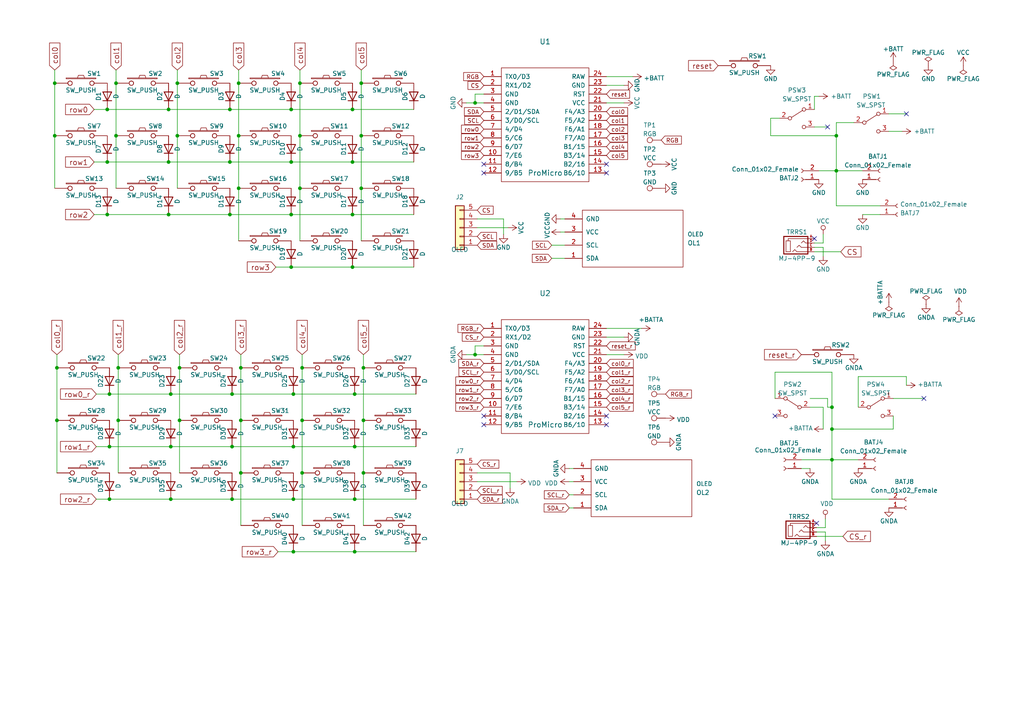
<source format=kicad_sch>
(kicad_sch (version 20231120) (generator "eeschema") (generator_version "8.0")
  (paper "A4")
  (title_block (title "Corne Light") (date "2020-10-13") (rev "2.0") (company "foostan"))
  (junction (at 86.995 39.37))
  (junction (at 87.63 121.92))
  (junction (at 242.57 49.53))
  (junction (at 66.675 46.99))
  (junction (at 241.3 124.46))
  (junction (at 31.115 62.23))
  (junction (at 52.07 121.92))
  (junction (at 49.53 114.3))
  (junction (at 242.57 39.37))
  (junction (at 241.3 118.11))
  (junction (at 31.75 129.54))
  (junction (at 49.53 144.78))
  (junction (at 137.795 102.87))
  (junction (at 105.41 137.16))
  (junction (at 102.235 31.75))
  (junction (at 51.435 24.13))
  (junction (at 48.895 62.23))
  (junction (at 67.31 114.3))
  (junction (at 85.09 160.02))
  (junction (at 48.895 31.75))
  (junction (at 66.675 31.75))
  (junction (at 31.115 31.75))
  (junction (at 86.995 24.13))
  (junction (at 33.655 24.13))
  (junction (at 87.63 106.68))
  (junction (at 33.655 39.37))
  (junction (at 87.63 137.16))
  (junction (at 105.41 121.92))
  (junction (at 102.235 46.99))
  (junction (at 102.87 144.78))
  (junction (at 102.87 160.02))
  (junction (at 31.115 46.99))
  (junction (at 104.775 54.61))
  (junction (at 85.09 114.3))
  (junction (at 67.31 129.54))
  (junction (at 84.455 31.75))
  (junction (at 84.455 77.47))
  (junction (at 34.29 106.68))
  (junction (at 84.455 62.23))
  (junction (at 102.87 114.3))
  (junction (at 66.675 62.23))
  (junction (at 69.85 121.92))
  (junction (at 69.215 54.61))
  (junction (at 31.75 114.3))
  (junction (at 102.235 62.23))
  (junction (at 69.215 39.37))
  (junction (at 102.235 77.47))
  (junction (at 15.875 39.37))
  (junction (at 34.29 121.92))
  (junction (at 67.31 144.78))
  (junction (at 102.87 129.54))
  (junction (at 51.435 39.37))
  (junction (at 49.53 129.54))
  (junction (at 86.995 54.61))
  (junction (at 69.85 137.16))
  (junction (at 15.875 24.13))
  (junction (at 105.41 106.68))
  (junction (at 52.07 106.68))
  (junction (at 16.51 106.68))
  (junction (at 31.75 144.78))
  (junction (at 84.455 46.99))
  (junction (at 85.09 144.78))
  (junction (at 104.775 39.37))
  (junction (at 69.85 106.68))
  (junction (at 241.3 133.35))
  (junction (at 16.51 121.92))
  (junction (at 85.09 129.54))
  (junction (at 104.775 24.13))
  (junction (at 137.795 29.845))
  (junction (at 69.215 24.13))
  (junction (at 48.895 46.99))
  (no_connect (at 236.855 151.765))
  (no_connect (at 262.89 33.02))
  (no_connect (at 236.22 69.215))
  (no_connect (at 175.895 47.625))
  (no_connect (at 140.335 123.19))
  (no_connect (at 175.895 123.19))
  (no_connect (at 140.335 47.625))
  (no_connect (at 140.335 50.165))
  (no_connect (at 175.895 50.165))
  (no_connect (at 240.03 36.83))
  (no_connect (at 140.335 120.65))
  (no_connect (at 224.79 120.65))
  (no_connect (at 267.97 115.57))
  (no_connect (at 175.895 120.65))
  (wire (pts (xy 242.57 49.53) (xy 250.19 49.53)))
  (wire (pts (xy 104.775 54.61) (xy 104.775 69.85)))
  (wire (pts (xy 104.775 24.13) (xy 104.775 39.37)))
  (wire (pts (xy 242.57 49.53) (xy 242.57 59.69)))
  (wire (pts (xy 15.875 20.32) (xy 15.875 24.13)))
  (wire (pts (xy 34.29 106.68) (xy 34.29 121.92)))
  (wire (pts (xy 224.79 115.57) (xy 224.79 107.95)))
  (wire (pts (xy 27.94 129.54) (xy 31.75 129.54)))
  (wire (pts (xy 86.995 20.32) (xy 86.995 24.13)))
  (wire (pts (xy 34.29 102.87) (xy 34.29 106.68)))
  (wire (pts (xy 175.895 102.87) (xy 180.975 102.87)))
  (wire (pts (xy 69.215 54.61) (xy 69.215 69.85)))
  (wire (pts (xy 259.08 120.65) (xy 259.08 124.46)))
  (wire (pts (xy 240.03 118.11) (xy 241.3 118.11)))
  (wire (pts (xy 138.43 139.7) (xy 149.86 139.7)))
  (wire (pts (xy 105.41 106.68) (xy 105.41 121.92)))
  (wire (pts (xy 237.49 49.53) (xy 242.57 49.53)))
  (wire (pts (xy 49.53 129.54) (xy 67.31 129.54)))
  (wire (pts (xy 66.675 31.75) (xy 84.455 31.75)))
  (wire (pts (xy 102.87 144.78) (xy 120.65 144.78)))
  (wire (pts (xy 31.75 129.54) (xy 49.53 129.54)))
  (wire (pts (xy 48.895 46.99) (xy 66.675 46.99)))
  (wire (pts (xy 239.395 154.305) (xy 239.395 156.845)))
  (wire (pts (xy 27.305 46.99) (xy 31.115 46.99)))
  (wire (pts (xy 238.76 70.485) (xy 238.76 67.945)))
  (wire (pts (xy 105.41 137.16) (xy 105.41 152.4)))
  (wire (pts (xy 165.1 143.51) (xy 166.37 143.51)))
  (wire (pts (xy 238.76 71.755) (xy 238.76 74.295)))
  (wire (pts (xy 241.3 133.35) (xy 241.3 124.46)))
  (wire (pts (xy 16.51 121.92) (xy 16.51 137.16)))
  (wire (pts (xy 31.115 62.23) (xy 48.895 62.23)))
  (wire (pts (xy 137.795 27.305) (xy 137.795 29.845)))
  (wire (pts (xy 241.3 107.95) (xy 241.3 118.11)))
  (wire (pts (xy 240.03 115.57) (xy 240.03 118.11)))
  (wire (pts (xy 236.22 73.025) (xy 243.84 73.025)))
  (wire (pts (xy 102.235 62.23) (xy 120.015 62.23)))
  (wire (pts (xy 87.63 102.87) (xy 87.63 106.68)))
  (wire (pts (xy 162.56 63.5) (xy 163.83 63.5)))
  (wire (pts (xy 84.455 46.99) (xy 102.235 46.99)))
  (wire (pts (xy 135.255 29.845) (xy 137.795 29.845)))
  (wire (pts (xy 16.51 102.87) (xy 16.51 106.68)))
  (wire (pts (xy 236.855 153.035) (xy 239.395 153.035)))
  (wire (pts (xy 241.3 144.78) (xy 257.81 144.78)))
  (wire (pts (xy 84.455 77.47) (xy 102.235 77.47)))
  (wire (pts (xy 242.57 35.56) (xy 247.65 35.56)))
  (wire (pts (xy 236.22 31.75) (xy 236.22 27.94)))
  (wire (pts (xy 259.08 115.57) (xy 267.97 115.57)))
  (wire (pts (xy 165.1 139.7) (xy 166.37 139.7)))
  (wire (pts (xy 31.75 144.78) (xy 49.53 144.78)))
  (wire (pts (xy 255.27 59.69) (xy 242.57 59.69)))
  (wire (pts (xy 160.02 74.93) (xy 163.83 74.93)))
  (wire (pts (xy 175.895 22.225) (xy 183.515 22.225)))
  (wire (pts (xy 236.855 155.575) (xy 244.475 155.575)))
  (wire (pts (xy 84.455 31.75) (xy 102.235 31.75)))
  (wire (pts (xy 137.795 102.87) (xy 140.335 102.87)))
  (wire (pts (xy 52.07 106.68) (xy 52.07 121.92)))
  (wire (pts (xy 236.22 27.94) (xy 237.49 27.94)))
  (wire (pts (xy 241.3 124.46) (xy 259.08 124.46)))
  (wire (pts (xy 33.655 24.13) (xy 33.655 39.37)))
  (wire (pts (xy 102.87 129.54) (xy 120.65 129.54)))
  (wire (pts (xy 238.76 118.11) (xy 238.76 124.46)))
  (wire (pts (xy 255.27 62.23) (xy 250.19 62.23)))
  (wire (pts (xy 137.795 29.845) (xy 140.335 29.845)))
  (wire (pts (xy 147.955 137.16) (xy 147.955 141.605)))
  (wire (pts (xy 69.215 20.32) (xy 69.215 24.13)))
  (wire (pts (xy 140.335 27.305) (xy 137.795 27.305)))
  (wire (pts (xy 160.02 71.12) (xy 163.83 71.12)))
  (wire (pts (xy 85.09 160.02) (xy 102.87 160.02)))
  (wire (pts (xy 226.06 34.29) (xy 223.52 34.29)))
  (wire (pts (xy 175.895 95.25) (xy 186.055 95.25)))
  (wire (pts (xy 175.895 97.79) (xy 180.975 97.79)))
  (wire (pts (xy 137.795 100.33) (xy 137.795 102.87)))
  (wire (pts (xy 232.41 135.89) (xy 234.95 135.89)))
  (wire (pts (xy 85.09 144.78) (xy 102.87 144.78)))
  (wire (pts (xy 257.81 33.02) (xy 262.89 33.02)))
  (wire (pts (xy 146.05 67.945) (xy 146.05 63.5)))
  (wire (pts (xy 105.41 102.87) (xy 105.41 106.68)))
  (wire (pts (xy 248.92 109.22) (xy 262.89 109.22)))
  (wire (pts (xy 66.675 62.23) (xy 84.455 62.23)))
  (wire (pts (xy 175.895 29.845) (xy 180.975 29.845)))
  (wire (pts (xy 52.07 102.87) (xy 52.07 106.68)))
  (wire (pts (xy 242.57 39.37) (xy 242.57 49.53)))
  (wire (pts (xy 33.655 20.32) (xy 33.655 24.13)))
  (wire (pts (xy 27.305 62.23) (xy 31.115 62.23)))
  (wire (pts (xy 175.895 24.765) (xy 180.975 24.765)))
  (wire (pts (xy 138.43 137.16) (xy 147.955 137.16)))
  (wire (pts (xy 67.31 144.78) (xy 85.09 144.78)))
  (wire (pts (xy 51.435 24.13) (xy 51.435 39.37)))
  (wire (pts (xy 31.115 31.75) (xy 48.895 31.75)))
  (wire (pts (xy 102.235 77.47) (xy 120.015 77.47)))
  (wire (pts (xy 162.56 67.31) (xy 163.83 67.31)))
  (wire (pts (xy 236.22 71.755) (xy 238.76 71.755)))
  (wire (pts (xy 223.52 34.29) (xy 223.52 39.37)))
  (wire (pts (xy 165.1 147.32) (xy 166.37 147.32)))
  (wire (pts (xy 67.31 114.3) (xy 85.09 114.3)))
  (wire (pts (xy 104.775 39.37) (xy 104.775 54.61)))
  (wire (pts (xy 48.895 31.75) (xy 66.675 31.75)))
  (wire (pts (xy 51.435 20.32) (xy 51.435 24.13)))
  (wire (pts (xy 69.85 137.16) (xy 69.85 152.4)))
  (wire (pts (xy 69.215 24.13) (xy 69.215 39.37)))
  (wire (pts (xy 140.335 100.33) (xy 137.795 100.33)))
  (wire (pts (xy 239.395 153.035) (xy 239.395 150.495)))
  (wire (pts (xy 102.87 114.3) (xy 120.65 114.3)))
  (wire (pts (xy 34.29 121.92) (xy 34.29 137.16)))
  (wire (pts (xy 262.89 109.22) (xy 262.89 111.76)))
  (wire (pts (xy 49.53 114.3) (xy 67.31 114.3)))
  (wire (pts (xy 105.41 121.92) (xy 105.41 137.16)))
  (wire (pts (xy 15.875 39.37) (xy 15.875 54.61)))
  (wire (pts (xy 241.3 133.35) (xy 248.92 133.35)))
  (wire (pts (xy 49.53 144.78) (xy 67.31 144.78)))
  (wire (pts (xy 66.675 46.99) (xy 84.455 46.99)))
  (wire (pts (xy 242.57 35.56) (xy 242.57 39.37)))
  (wire (pts (xy 15.875 24.13) (xy 15.875 39.37)))
  (wire (pts (xy 248.92 118.11) (xy 248.92 109.22)))
  (wire (pts (xy 84.455 62.23) (xy 102.235 62.23)))
  (wire (pts (xy 51.435 39.37) (xy 51.435 54.61)))
  (wire (pts (xy 102.87 160.02) (xy 120.65 160.02)))
  (wire (pts (xy 135.255 102.87) (xy 137.795 102.87)))
  (wire (pts (xy 223.52 39.37) (xy 242.57 39.37)))
  (wire (pts (xy 87.63 137.16) (xy 87.63 152.4)))
  (wire (pts (xy 80.01 77.47) (xy 84.455 77.47)))
  (wire (pts (xy 85.09 129.54) (xy 102.87 129.54)))
  (wire (pts (xy 86.995 24.13) (xy 86.995 39.37)))
  (wire (pts (xy 104.775 20.32) (xy 104.775 24.13)))
  (wire (pts (xy 27.305 31.75) (xy 31.115 31.75)))
  (wire (pts (xy 86.995 39.37) (xy 86.995 54.61)))
  (wire (pts (xy 241.3 133.35) (xy 241.3 144.78)))
  (wire (pts (xy 31.75 114.3) (xy 49.53 114.3)))
  (wire (pts (xy 138.43 66.04) (xy 147.32 66.04)))
  (wire (pts (xy 69.85 106.68) (xy 69.85 121.92)))
  (wire (pts (xy 234.95 118.11) (xy 238.76 118.11)))
  (wire (pts (xy 102.235 46.99) (xy 120.015 46.99)))
  (wire (pts (xy 27.94 144.78) (xy 31.75 144.78)))
  (wire (pts (xy 27.94 114.3) (xy 31.75 114.3)))
  (wire (pts (xy 87.63 106.68) (xy 87.63 121.92)))
  (wire (pts (xy 80.645 160.02) (xy 85.09 160.02)))
  (wire (pts (xy 236.22 70.485) (xy 238.76 70.485)))
  (wire (pts (xy 69.85 102.87) (xy 69.85 106.68)))
  (wire (pts (xy 102.235 31.75) (xy 120.015 31.75)))
  (wire (pts (xy 146.05 63.5) (xy 138.43 63.5)))
  (wire (pts (xy 165.1 135.89) (xy 166.37 135.89)))
  (wire (pts (xy 48.895 62.23) (xy 66.675 62.23)))
  (wire (pts (xy 234.95 115.57) (xy 240.03 115.57)))
  (wire (pts (xy 85.09 114.3) (xy 102.87 114.3)))
  (wire (pts (xy 16.51 106.68) (xy 16.51 121.92)))
  (wire (pts (xy 236.855 154.305) (xy 239.395 154.305)))
  (wire (pts (xy 257.81 38.1) (xy 261.62 38.1)))
  (wire (pts (xy 69.215 39.37) (xy 69.215 54.61)))
  (wire (pts (xy 31.115 46.99) (xy 48.895 46.99)))
  (wire (pts (xy 52.07 121.92) (xy 52.07 137.16)))
  (wire (pts (xy 236.22 36.83) (xy 240.03 36.83)))
  (wire (pts (xy 241.3 124.46) (xy 241.3 118.11)))
  (wire (pts (xy 33.655 39.37) (xy 33.655 54.61)))
  (wire (pts (xy 232.41 133.35) (xy 241.3 133.35)))
  (wire (pts (xy 86.995 54.61) (xy 86.995 69.85)))
  (wire (pts (xy 69.85 121.92) (xy 69.85 137.16)))
  (wire (pts (xy 224.79 107.95) (xy 241.3 107.95)))
  (wire (pts (xy 87.63 121.92) (xy 87.63 137.16)))
  (wire (pts (xy 67.31 129.54) (xy 85.09 129.54)))
  (global_label "col2_r" (shape input) (at 175.895 110.49 0) (effects (font (size 1.1938 1.1938))) (property "Intersheetrefs" "${INTERSHEET_REFS}" (effects (hide yes))))
  (global_label "SDA_r" (shape input) (at 165.1 147.32 180) (effects (font (size 1.1938 1.1938))) (property "Intersheetrefs" "${INTERSHEET_REFS}" (effects (hide yes))))
  (global_label "RGB" (shape input) (at 191.77 40.64 0) (effects (font (size 1.1938 1.1938))) (property "Intersheetrefs" "${INTERSHEET_REFS}" (effects (hide yes))))
  (global_label "CS" (shape input) (at 138.43 60.96 0) (effects (font (size 1.1938 1.1938))) (property "Intersheetrefs" "${INTERSHEET_REFS}" (effects (hide yes))))
  (global_label "col3" (shape input) (at 69.215 20.32 90) (effects (font (size 1.524 1.524))) (property "Intersheetrefs" "${INTERSHEET_REFS}" (effects (hide yes))))
  (global_label "RGB" (shape input) (at 140.335 22.225 180) (effects (font (size 1.1938 1.1938))) (property "Intersheetrefs" "${INTERSHEET_REFS}" (effects (hide yes))))
  (global_label "CS_r" (shape input) (at 244.475 155.575 0) (effects (font (size 1.524 1.524))) (property "Intersheetrefs" "${INTERSHEET_REFS}" (effects (hide yes))))
  (global_label "col2_r" (shape input) (at 52.07 102.87 90) (effects (font (size 1.524 1.524))) (property "Intersheetrefs" "${INTERSHEET_REFS}" (effects (hide yes))))
  (global_label "row2" (shape input) (at 140.335 42.545 180) (effects (font (size 1.1938 1.1938))) (property "Intersheetrefs" "${INTERSHEET_REFS}" (effects (hide yes))))
  (global_label "SCL" (shape input) (at 138.43 68.58 0) (effects (font (size 1.1938 1.1938))) (property "Intersheetrefs" "${INTERSHEET_REFS}" (effects (hide yes))))
  (global_label "row0" (shape input) (at 27.305 31.75 180) (effects (font (size 1.524 1.524))) (property "Intersheetrefs" "${INTERSHEET_REFS}" (effects (hide yes))))
  (global_label "reset" (shape input) (at 208.28 19.05 180) (effects (font (size 1.524 1.524))) (property "Intersheetrefs" "${INTERSHEET_REFS}" (effects (hide yes))))
  (global_label "reset_r" (shape input) (at 175.895 100.33 0) (effects (font (size 1.1938 1.1938))) (property "Intersheetrefs" "${INTERSHEET_REFS}" (effects (hide yes))))
  (global_label "col0" (shape input) (at 175.895 32.385 0) (effects (font (size 1.1938 1.1938))) (property "Intersheetrefs" "${INTERSHEET_REFS}" (effects (hide yes))))
  (global_label "col3_r" (shape input) (at 69.85 102.87 90) (effects (font (size 1.524 1.524))) (property "Intersheetrefs" "${INTERSHEET_REFS}" (effects (hide yes))))
  (global_label "SCL" (shape input) (at 160.02 71.12 180) (effects (font (size 1.1938 1.1938))) (property "Intersheetrefs" "${INTERSHEET_REFS}" (effects (hide yes))))
  (global_label "row3_r" (shape input) (at 140.335 118.11 180) (effects (font (size 1.1938 1.1938))) (property "Intersheetrefs" "${INTERSHEET_REFS}" (effects (hide yes))))
  (global_label "row3" (shape input) (at 80.01 77.47 180) (effects (font (size 1.524 1.524))) (property "Intersheetrefs" "${INTERSHEET_REFS}" (effects (hide yes))))
  (global_label "col2" (shape input) (at 175.895 37.465 0) (effects (font (size 1.1938 1.1938))) (property "Intersheetrefs" "${INTERSHEET_REFS}" (effects (hide yes))))
  (global_label "SCL_r" (shape input) (at 140.335 107.95 180) (effects (font (size 1.1938 1.1938))) (property "Intersheetrefs" "${INTERSHEET_REFS}" (effects (hide yes))))
  (global_label "row1_r" (shape input) (at 27.94 129.54 180) (effects (font (size 1.524 1.524))) (property "Intersheetrefs" "${INTERSHEET_REFS}" (effects (hide yes))))
  (global_label "col2" (shape input) (at 51.435 20.32 90) (effects (font (size 1.524 1.524))) (property "Intersheetrefs" "${INTERSHEET_REFS}" (effects (hide yes))))
  (global_label "col1_r" (shape input) (at 175.895 107.95 0) (effects (font (size 1.1938 1.1938))) (property "Intersheetrefs" "${INTERSHEET_REFS}" (effects (hide yes))))
  (global_label "col4" (shape input) (at 175.895 42.545 0) (effects (font (size 1.1938 1.1938))) (property "Intersheetrefs" "${INTERSHEET_REFS}" (effects (hide yes))))
  (global_label "reset_r" (shape input) (at 232.41 102.87 180) (effects (font (size 1.524 1.524))) (property "Intersheetrefs" "${INTERSHEET_REFS}" (effects (hide yes))))
  (global_label "SDA" (shape input) (at 140.335 32.385 180) (effects (font (size 1.1938 1.1938))) (property "Intersheetrefs" "${INTERSHEET_REFS}" (effects (hide yes))))
  (global_label "CS" (shape input) (at 140.335 24.765 180) (effects (font (size 1.1938 1.1938))) (property "Intersheetrefs" "${INTERSHEET_REFS}" (effects (hide yes))))
  (global_label "SDA" (shape input) (at 138.43 71.12 0) (effects (font (size 1.1938 1.1938))) (property "Intersheetrefs" "${INTERSHEET_REFS}" (effects (hide yes))))
  (global_label "col0" (shape input) (at 15.875 20.32 90) (effects (font (size 1.524 1.524))) (property "Intersheetrefs" "${INTERSHEET_REFS}" (effects (hide yes))))
  (global_label "SCL_r" (shape input) (at 165.1 143.51 180) (effects (font (size 1.1938 1.1938))) (property "Intersheetrefs" "${INTERSHEET_REFS}" (effects (hide yes))))
  (global_label "row3" (shape input) (at 140.335 45.085 180) (effects (font (size 1.1938 1.1938))) (property "Intersheetrefs" "${INTERSHEET_REFS}" (effects (hide yes))))
  (global_label "row2_r" (shape input) (at 27.94 144.78 180) (effects (font (size 1.524 1.524))) (property "Intersheetrefs" "${INTERSHEET_REFS}" (effects (hide yes))))
  (global_label "CS_r" (shape input) (at 138.43 134.62 0) (effects (font (size 1.1938 1.1938))) (property "Intersheetrefs" "${INTERSHEET_REFS}" (effects (hide yes))))
  (global_label "col3_r" (shape input) (at 175.895 113.03 0) (effects (font (size 1.1938 1.1938))) (property "Intersheetrefs" "${INTERSHEET_REFS}" (effects (hide yes))))
  (global_label "col5_r" (shape input) (at 175.895 118.11 0) (effects (font (size 1.1938 1.1938))) (property "Intersheetrefs" "${INTERSHEET_REFS}" (effects (hide yes))))
  (global_label "row0_r" (shape input) (at 27.94 114.3 180) (effects (font (size 1.524 1.524))) (property "Intersheetrefs" "${INTERSHEET_REFS}" (effects (hide yes))))
  (global_label "col4" (shape input) (at 86.995 20.32 90) (effects (font (size 1.524 1.524))) (property "Intersheetrefs" "${INTERSHEET_REFS}" (effects (hide yes))))
  (global_label "row2" (shape input) (at 27.305 62.23 180) (effects (font (size 1.524 1.524))) (property "Intersheetrefs" "${INTERSHEET_REFS}" (effects (hide yes))))
  (global_label "CS_r" (shape input) (at 140.335 97.79 180) (effects (font (size 1.1938 1.1938))) (property "Intersheetrefs" "${INTERSHEET_REFS}" (effects (hide yes))))
  (global_label "SDA_r" (shape input) (at 140.335 105.41 180) (effects (font (size 1.1938 1.1938))) (property "Intersheetrefs" "${INTERSHEET_REFS}" (effects (hide yes))))
  (global_label "col1" (shape input) (at 33.655 20.32 90) (effects (font (size 1.524 1.524))) (property "Intersheetrefs" "${INTERSHEET_REFS}" (effects (hide yes))))
  (global_label "SCL" (shape input) (at 140.335 34.925 180) (effects (font (size 1.1938 1.1938))) (property "Intersheetrefs" "${INTERSHEET_REFS}" (effects (hide yes))))
  (global_label "col5" (shape input) (at 104.775 20.32 90) (effects (font (size 1.524 1.524))) (property "Intersheetrefs" "${INTERSHEET_REFS}" (effects (hide yes))))
  (global_label "SDA_r" (shape input) (at 138.43 144.78 0) (effects (font (size 1.1938 1.1938))) (property "Intersheetrefs" "${INTERSHEET_REFS}" (effects (hide yes))))
  (global_label "col1_r" (shape input) (at 34.29 102.87 90) (effects (font (size 1.524 1.524))) (property "Intersheetrefs" "${INTERSHEET_REFS}" (effects (hide yes))))
  (global_label "row1_r" (shape input) (at 140.335 113.03 180) (effects (font (size 1.1938 1.1938))) (property "Intersheetrefs" "${INTERSHEET_REFS}" (effects (hide yes))))
  (global_label "RGB_r" (shape input) (at 193.04 114.3 0) (effects (font (size 1.1938 1.1938))) (property "Intersheetrefs" "${INTERSHEET_REFS}" (effects (hide yes))))
  (global_label "col0_r" (shape input) (at 16.51 102.87 90) (effects (font (size 1.524 1.524))) (property "Intersheetrefs" "${INTERSHEET_REFS}" (effects (hide yes))))
  (global_label "col1" (shape input) (at 175.895 34.925 0) (effects (font (size 1.1938 1.1938))) (property "Intersheetrefs" "${INTERSHEET_REFS}" (effects (hide yes))))
  (global_label "col5" (shape input) (at 175.895 45.085 0) (effects (font (size 1.1938 1.1938))) (property "Intersheetrefs" "${INTERSHEET_REFS}" (effects (hide yes))))
  (global_label "row3_r" (shape input) (at 80.645 160.02 180) (effects (font (size 1.524 1.524))) (property "Intersheetrefs" "${INTERSHEET_REFS}" (effects (hide yes))))
  (global_label "CS" (shape input) (at 243.84 73.025 0) (effects (font (size 1.524 1.524))) (property "Intersheetrefs" "${INTERSHEET_REFS}" (effects (hide yes))))
  (global_label "col3" (shape input) (at 175.895 40.005 0) (effects (font (size 1.1938 1.1938))) (property "Intersheetrefs" "${INTERSHEET_REFS}" (effects (hide yes))))
  (global_label "row1" (shape input) (at 140.335 40.005 180) (effects (font (size 1.1938 1.1938))) (property "Intersheetrefs" "${INTERSHEET_REFS}" (effects (hide yes))))
  (global_label "reset" (shape input) (at 175.895 27.305 0) (effects (font (size 1.1938 1.1938))) (property "Intersheetrefs" "${INTERSHEET_REFS}" (effects (hide yes))))
  (global_label "col4_r" (shape input) (at 175.895 115.57 0) (effects (font (size 1.1938 1.1938))) (property "Intersheetrefs" "${INTERSHEET_REFS}" (effects (hide yes))))
  (global_label "col4_r" (shape input) (at 87.63 102.87 90) (effects (font (size 1.524 1.524))) (property "Intersheetrefs" "${INTERSHEET_REFS}" (effects (hide yes))))
  (global_label "row0_r" (shape input) (at 140.335 110.49 180) (effects (font (size 1.1938 1.1938))) (property "Intersheetrefs" "${INTERSHEET_REFS}" (effects (hide yes))))
  (global_label "SCL_r" (shape input) (at 138.43 142.24 0) (effects (font (size 1.1938 1.1938))) (property "Intersheetrefs" "${INTERSHEET_REFS}" (effects (hide yes))))
  (global_label "col0_r" (shape input) (at 175.895 105.41 0) (effects (font (size 1.1938 1.1938))) (property "Intersheetrefs" "${INTERSHEET_REFS}" (effects (hide yes))))
  (global_label "RGB_r" (shape input) (at 140.335 95.25 180) (effects (font (size 1.1938 1.1938))) (property "Intersheetrefs" "${INTERSHEET_REFS}" (effects (hide yes))))
  (global_label "row0" (shape input) (at 140.335 37.465 180) (effects (font (size 1.1938 1.1938))) (property "Intersheetrefs" "${INTERSHEET_REFS}" (effects (hide yes))))
  (global_label "SDA" (shape input) (at 160.02 74.93 180) (effects (font (size 1.1938 1.1938))) (property "Intersheetrefs" "${INTERSHEET_REFS}" (effects (hide yes))))
  (global_label "col5_r" (shape input) (at 105.41 102.87 90) (effects (font (size 1.524 1.524))) (property "Intersheetrefs" "${INTERSHEET_REFS}" (effects (hide yes))))
  (global_label "row1" (shape input) (at 27.305 46.99 180) (effects (font (size 1.524 1.524))) (property "Intersheetrefs" "${INTERSHEET_REFS}" (effects (hide yes))))
  (global_label "row2_r" (shape input) (at 140.335 115.57 180) (effects (font (size 1.1938 1.1938))) (property "Intersheetrefs" "${INTERSHEET_REFS}" (effects (hide yes))))
  (symbol (lib_id "kbd:ProMicro") (at 158.115 36.195 0) (unit 1)
    (property "Reference" "U1" (at 158.115 12.065 0) (effects (font (size 1.524 1.524))))
    (property "Value" "ProMicro" (at 158.115 50.165 0) (effects (font (size 1.524 1.524))))
    (property "Footprint" "kbd:ProMicro_v3" (effects (hide yes)))
  )
  (symbol (lib_id "kbd:SW_PUSH") (at 41.275 24.13 0) (unit 1)
    (property "Reference" "SW2" (at 45.085 21.336 0))
    (property "Value" "SW_PUSH" (at 41.275 26.162 0))
    (property "Footprint" "gateron-ks27:gateron-ks27-choc-v1-mx" (effects (hide yes)))
  )
  (symbol (lib_id "Device:D") (at 48.895 27.94 90) (unit 1)
    (property "Reference" "D2" (at 46.355 27.94 0))
    (property "Value" "D" (at 51.435 27.94 0))
    (property "Footprint" "kbd:D3_TH" (effects (hide yes)))
  )
  (symbol (lib_id "kbd:SW_PUSH") (at 59.055 24.13 0) (unit 1)
    (property "Reference" "SW3" (at 62.865 21.336 0))
    (property "Value" "SW_PUSH" (at 59.055 26.162 0))
    (property "Footprint" "gateron-ks27:gateron-ks27-choc-v1-mx" (effects (hide yes)))
  )
  (symbol (lib_id "Device:D") (at 66.675 27.94 90) (unit 1)
    (property "Reference" "D3" (at 64.135 27.94 0))
    (property "Value" "D" (at 69.215 27.94 0))
    (property "Footprint" "kbd:D3_TH" (effects (hide yes)))
  )
  (symbol (lib_id "kbd:SW_PUSH") (at 76.835 24.13 0) (unit 1)
    (property "Reference" "SW4" (at 80.645 21.336 0))
    (property "Value" "SW_PUSH" (at 76.835 26.162 0))
    (property "Footprint" "gateron-ks27:gateron-ks27-choc-v1-mx" (effects (hide yes)))
  )
  (symbol (lib_id "kbd:SW_PUSH") (at 94.615 24.13 0) (unit 1)
    (property "Reference" "SW5" (at 98.425 21.336 0))
    (property "Value" "SW_PUSH" (at 94.615 26.162 0))
    (property "Footprint" "gateron-ks27:gateron-ks27-choc-v1-mx" (effects (hide yes)))
  )
  (symbol (lib_id "kbd:SW_PUSH") (at 112.395 24.13 0) (unit 1)
    (property "Reference" "SW6" (at 116.205 21.336 0))
    (property "Value" "SW_PUSH" (at 112.395 26.162 0))
    (property "Footprint" "gateron-ks27:gateron-ks27-choc-v1-mx" (effects (hide yes)))
  )
  (symbol (lib_id "Device:D") (at 84.455 27.94 90) (unit 1)
    (property "Reference" "D4" (at 81.915 27.94 0))
    (property "Value" "D" (at 86.995 27.94 0))
    (property "Footprint" "kbd:D3_TH" (effects (hide yes)))
  )
  (symbol (lib_id "Device:D") (at 102.235 27.94 90) (unit 1)
    (property "Reference" "D5" (at 99.695 27.94 0))
    (property "Value" "D" (at 104.775 27.94 0))
    (property "Footprint" "kbd:D3_TH" (effects (hide yes)))
  )
  (symbol (lib_id "Device:D") (at 120.015 27.94 90) (unit 1)
    (property "Reference" "D6" (at 117.475 27.94 0))
    (property "Value" "D" (at 122.555 27.94 0))
    (property "Footprint" "kbd:D3_TH" (effects (hide yes)))
  )
  (symbol (lib_id "kbd:SW_PUSH") (at 23.495 24.13 0) (unit 1)
    (property "Reference" "SW1" (at 27.305 21.336 0))
    (property "Value" "SW_PUSH" (at 23.495 26.162 0))
    (property "Footprint" "gateron-ks27:gateron-ks27-choc-v1-mx" (effects (hide yes)))
  )
  (symbol (lib_id "Device:D") (at 31.115 27.94 90) (unit 1)
    (property "Reference" "D1" (at 28.575 27.94 0))
    (property "Value" "D" (at 33.655 27.94 0))
    (property "Footprint" "kbd:D3_TH" (effects (hide yes)))
  )
  (symbol (lib_id "kbd:SW_PUSH") (at 41.275 39.37 0) (unit 1)
    (property "Reference" "SW8" (at 45.085 36.576 0))
    (property "Value" "SW_PUSH" (at 41.275 41.402 0))
    (property "Footprint" "gateron-ks27:gateron-ks27-choc-v1-mx" (effects (hide yes)))
  )
  (symbol (lib_id "Device:D") (at 48.895 43.18 90) (unit 1)
    (property "Reference" "D8" (at 46.355 43.18 0))
    (property "Value" "D" (at 51.435 43.18 0))
    (property "Footprint" "kbd:D3_TH" (effects (hide yes)))
  )
  (symbol (lib_id "kbd:SW_PUSH") (at 59.055 39.37 0) (unit 1)
    (property "Reference" "SW9" (at 62.865 36.576 0))
    (property "Value" "SW_PUSH" (at 59.055 41.402 0))
    (property "Footprint" "gateron-ks27:gateron-ks27-choc-v1-mx" (effects (hide yes)))
  )
  (symbol (lib_id "Device:D") (at 66.675 43.18 90) (unit 1)
    (property "Reference" "D9" (at 64.135 43.18 0))
    (property "Value" "D" (at 69.215 43.18 0))
    (property "Footprint" "kbd:D3_TH" (effects (hide yes)))
  )
  (symbol (lib_id "kbd:SW_PUSH") (at 76.835 39.37 0) (unit 1)
    (property "Reference" "SW10" (at 80.645 36.576 0))
    (property "Value" "SW_PUSH" (at 76.835 41.402 0))
    (property "Footprint" "gateron-ks27:gateron-ks27-choc-v1-mx" (effects (hide yes)))
  )
  (symbol (lib_id "kbd:SW_PUSH") (at 94.615 39.37 0) (unit 1)
    (property "Reference" "SW11" (at 98.425 36.576 0))
    (property "Value" "SW_PUSH" (at 94.615 41.402 0))
    (property "Footprint" "gateron-ks27:gateron-ks27-choc-v1-mx" (effects (hide yes)))
  )
  (symbol (lib_id "kbd:SW_PUSH") (at 112.395 39.37 0) (unit 1)
    (property "Reference" "SW12" (at 116.205 36.576 0))
    (property "Value" "SW_PUSH" (at 112.395 41.402 0))
    (property "Footprint" "gateron-ks27:gateron-ks27-choc-v1-mx" (effects (hide yes)))
  )
  (symbol (lib_id "Device:D") (at 84.455 43.18 90) (unit 1)
    (property "Reference" "D10" (at 81.915 43.18 0))
    (property "Value" "D" (at 86.995 43.18 0))
    (property "Footprint" "kbd:D3_TH" (effects (hide yes)))
  )
  (symbol (lib_id "Device:D") (at 102.235 43.18 90) (unit 1)
    (property "Reference" "D11" (at 99.695 43.18 0))
    (property "Value" "D" (at 104.775 43.18 0))
    (property "Footprint" "kbd:D3_TH" (effects (hide yes)))
  )
  (symbol (lib_id "Device:D") (at 120.015 43.18 90) (unit 1)
    (property "Reference" "D12" (at 117.475 43.18 0))
    (property "Value" "D" (at 122.555 43.18 0))
    (property "Footprint" "kbd:D3_TH" (effects (hide yes)))
  )
  (symbol (lib_id "kbd:SW_PUSH") (at 23.495 39.37 0) (unit 1)
    (property "Reference" "SW7" (at 27.305 36.576 0))
    (property "Value" "SW_PUSH" (at 23.495 41.402 0))
    (property "Footprint" "gateron-ks27:gateron-ks27-choc-v1-mx" (effects (hide yes)))
  )
  (symbol (lib_id "Device:D") (at 31.115 43.18 90) (unit 1)
    (property "Reference" "D7" (at 28.575 43.18 0))
    (property "Value" "D" (at 33.655 43.18 0))
    (property "Footprint" "kbd:D3_TH" (effects (hide yes)))
  )
  (symbol (lib_id "kbd:SW_PUSH") (at 41.275 54.61 0) (unit 1)
    (property "Reference" "SW14" (at 45.085 51.816 0))
    (property "Value" "SW_PUSH" (at 41.275 56.642 0))
    (property "Footprint" "gateron-ks27:gateron-ks27-choc-v1-mx" (effects (hide yes)))
  )
  (symbol (lib_id "Device:D") (at 48.895 58.42 90) (unit 1)
    (property "Reference" "D14" (at 46.355 58.42 0))
    (property "Value" "D" (at 51.435 58.42 0))
    (property "Footprint" "kbd:D3_TH" (effects (hide yes)))
  )
  (symbol (lib_id "kbd:SW_PUSH") (at 59.055 54.61 0) (unit 1)
    (property "Reference" "SW15" (at 62.865 51.816 0))
    (property "Value" "SW_PUSH" (at 59.055 56.642 0))
    (property "Footprint" "gateron-ks27:gateron-ks27-choc-v1-mx" (effects (hide yes)))
  )
  (symbol (lib_id "Device:D") (at 66.675 58.42 90) (unit 1)
    (property "Reference" "D15" (at 64.135 58.42 0))
    (property "Value" "D" (at 69.215 58.42 0))
    (property "Footprint" "kbd:D3_TH" (effects (hide yes)))
  )
  (symbol (lib_id "kbd:SW_PUSH") (at 76.835 54.61 0) (unit 1)
    (property "Reference" "SW16" (at 80.645 51.816 0))
    (property "Value" "SW_PUSH" (at 76.835 56.642 0))
    (property "Footprint" "gateron-ks27:gateron-ks27-choc-v1-mx" (effects (hide yes)))
  )
  (symbol (lib_id "kbd:SW_PUSH") (at 94.615 54.61 0) (unit 1)
    (property "Reference" "SW17" (at 98.425 51.816 0))
    (property "Value" "SW_PUSH" (at 94.615 56.642 0))
    (property "Footprint" "gateron-ks27:gateron-ks27-choc-v1-mx" (effects (hide yes)))
  )
  (symbol (lib_id "kbd:SW_PUSH") (at 112.395 54.61 0) (unit 1)
    (property "Reference" "SW18" (at 116.205 51.816 0))
    (property "Value" "SW_PUSH" (at 112.395 56.642 0))
    (property "Footprint" "gateron-ks27:gateron-ks27-choc-v1-mx" (effects (hide yes)))
  )
  (symbol (lib_id "Device:D") (at 84.455 58.42 90) (unit 1)
    (property "Reference" "D16" (at 81.915 58.42 0))
    (property "Value" "D" (at 86.995 58.42 0))
    (property "Footprint" "kbd:D3_TH" (effects (hide yes)))
  )
  (symbol (lib_id "Device:D") (at 102.235 58.42 90) (unit 1)
    (property "Reference" "D17" (at 99.695 58.42 0))
    (property "Value" "D" (at 104.775 58.42 0))
    (property "Footprint" "kbd:D3_TH" (effects (hide yes)))
  )
  (symbol (lib_id "Device:D") (at 120.015 58.42 90) (unit 1)
    (property "Reference" "D18" (at 117.475 58.42 0))
    (property "Value" "D" (at 122.555 58.42 0))
    (property "Footprint" "kbd:D3_TH" (effects (hide yes)))
  )
  (symbol (lib_id "kbd:SW_PUSH") (at 23.495 54.61 0) (unit 1)
    (property "Reference" "SW13" (at 27.305 51.816 0))
    (property "Value" "SW_PUSH" (at 23.495 56.642 0))
    (property "Footprint" "gateron-ks27:gateron-ks27-choc-v1-mx" (effects (hide yes)))
  )
  (symbol (lib_id "Device:D") (at 31.115 58.42 90) (unit 1)
    (property "Reference" "D13" (at 28.575 58.42 0))
    (property "Value" "D" (at 33.655 58.42 0))
    (property "Footprint" "kbd:D3_TH" (effects (hide yes)))
  )
  (symbol (lib_id "kbd:SW_PUSH") (at 94.615 69.85 0) (unit 1)
    (property "Reference" "SW20" (at 98.425 67.056 0))
    (property "Value" "SW_PUSH" (at 94.615 71.882 0))
    (property "Footprint" "gateron-ks27:gateron-ks27-choc-v1-mx" (effects (hide yes)))
  )
  (symbol (lib_id "Device:D") (at 102.235 73.66 90) (unit 1)
    (property "Reference" "D20" (at 99.695 73.66 0))
    (property "Value" "D" (at 104.775 73.66 0))
    (property "Footprint" "kbd:D3_TH" (effects (hide yes)))
  )
  (symbol (lib_id "kbd:SW_PUSH") (at 112.395 69.85 0) (unit 1)
    (property "Reference" "SW21" (at 116.205 67.056 0))
    (property "Value" "SW_PUSH" (at 112.395 71.882 0))
    (property "Footprint" "gateron-ks27:gateron-ks27-choc-v1-mx-1.5u" (effects (hide yes)))
  )
  (symbol (lib_id "Device:D") (at 120.015 73.66 90) (unit 1)
    (property "Reference" "D21" (at 117.475 73.66 0))
    (property "Value" "D" (at 122.555 73.66 0))
    (property "Footprint" "kbd:D3_TH" (effects (hide yes)))
  )
  (symbol (lib_id "kbd:SW_PUSH") (at 76.835 69.85 0) (unit 1)
    (property "Reference" "SW19" (at 80.645 67.056 0))
    (property "Value" "SW_PUSH" (at 76.835 71.882 0))
    (property "Footprint" "gateron-ks27:gateron-ks27-choc-v1-mx" (effects (hide yes)))
  )
  (symbol (lib_id "Device:D") (at 84.455 73.66 90) (unit 1)
    (property "Reference" "D19" (at 81.915 73.66 0))
    (property "Value" "D" (at 86.995 73.66 0))
    (property "Footprint" "kbd:D3_TH" (effects (hide yes)))
  )
  (symbol (lib_id "power:GND") (at 180.975 24.765 90) (unit 1)
    (property "Reference" "#PWR03" (effects (hide yes)))
    (property "Value" "GND" (at 184.785 24.765 0))
  )
  (symbol (lib_id "power:VCC") (at 180.975 29.845 270) (unit 1)
    (property "Reference" "#PWR05" (effects (hide yes)))
    (property "Value" "VCC" (at 184.785 29.845 0))
  )
  (symbol (lib_id "power:GND") (at 135.255 29.845 270) (unit 1)
    (property "Reference" "#PWR04" (effects (hide yes)))
    (property "Value" "GND" (at 131.445 29.845 0))
  )
  (symbol (lib_id "power:GND") (at 269.24 19.05 0) (unit 1)
    (property "Reference" "#PWR01" (effects (hide yes)))
    (property "Value" "GND" (at 269.24 22.86 0))
  )
  (symbol (lib_id "power:VCC") (at 279.4 19.05 0) (unit 1)
    (property "Reference" "#PWR02" (effects (hide yes)))
    (property "Value" "VCC" (at 279.4 15.24 0))
  )
  (symbol (lib_id "power:PWR_FLAG") (at 279.4 19.05 180) (unit 1)
    (property "Reference" "#FLG02" (effects (hide yes)))
    (property "Value" "PWR_FLAG" (at 279.4 22.86 0))
  )
  (symbol (lib_id "power:PWR_FLAG") (at 269.24 19.05 0) (unit 1)
    (property "Reference" "#FLG01" (effects (hide yes)))
    (property "Value" "PWR_FLAG" (at 269.24 15.24 0))
  )
  (symbol (lib_id "kbd:SW_PUSH") (at 215.9 19.05 0) (unit 1)
    (property "Reference" "RSW1" (at 219.71 16.256 0))
    (property "Value" "SW_PUSH" (at 215.9 21.082 0))
    (property "Footprint" "kbd:ResetSW_1side" (effects (hide yes)))
  )
  (symbol (lib_id "power:GND") (at 223.52 19.05 0) (unit 1)
    (property "Reference" "#PWR07" (effects (hide yes)))
    (property "Value" "GND" (at 223.52 22.86 0))
  )
  (symbol (lib_id "Connector_Generic:Conn_01x05") (at 133.35 66.04 180) (unit 1)
    (property "Reference" "J2" (at 133.35 57.15 0))
    (property "Value" "OLED" (at 133.35 72.39 0))
    (property "Footprint" "nice_view:nice_view_1side" (effects (hide yes)))
  )
  (symbol (lib_id "power:GND") (at 146.05 67.945 0) (unit 1)
    (property "Reference" "#PWR019" (effects (hide yes)))
    (property "Value" "GND" (at 146.05 71.755 0))
  )
  (symbol (lib_id "power:VCC") (at 147.32 66.04 270) (unit 1)
    (property "Reference" "#PWR018" (effects (hide yes)))
    (property "Value" "VCC" (at 151.13 66.04 0))
  )
  (symbol (lib_id "kbd:ProMicro") (at 158.115 109.22 0) (unit 1)
    (property "Reference" "U2" (at 158.115 85.09 0) (effects (font (size 1.524 1.524))))
    (property "Value" "ProMicro" (at 158.115 123.19 0) (effects (font (size 1.524 1.524))))
    (property "Footprint" "kbd:ProMicro_v3" (effects (hide yes)))
  )
  (symbol (lib_id "kbd:SW_PUSH") (at 41.91 106.68 0) (unit 1)
    (property "Reference" "SW23" (at 45.72 103.886 0))
    (property "Value" "SW_PUSH" (at 41.91 108.712 0))
    (property "Footprint" "gateron-ks27:gateron-ks27-choc-v1-mx" (effects (hide yes)))
  )
  (symbol (lib_id "Device:D") (at 49.53 110.49 90) (unit 1)
    (property "Reference" "D23" (at 46.99 110.49 0))
    (property "Value" "D" (at 52.07 110.49 0))
    (property "Footprint" "kbd:D3_TH" (effects (hide yes)))
  )
  (symbol (lib_id "kbd:SW_PUSH") (at 59.69 106.68 0) (unit 1)
    (property "Reference" "SW24" (at 63.5 103.886 0))
    (property "Value" "SW_PUSH" (at 59.69 108.712 0))
    (property "Footprint" "gateron-ks27:gateron-ks27-choc-v1-mx" (effects (hide yes)))
  )
  (symbol (lib_id "Device:D") (at 67.31 110.49 90) (unit 1)
    (property "Reference" "D24" (at 64.77 110.49 0))
    (property "Value" "D" (at 69.85 110.49 0))
    (property "Footprint" "kbd:D3_TH" (effects (hide yes)))
  )
  (symbol (lib_id "kbd:SW_PUSH") (at 77.47 106.68 0) (unit 1)
    (property "Reference" "SW25" (at 81.28 103.886 0))
    (property "Value" "SW_PUSH" (at 77.47 108.712 0))
    (property "Footprint" "gateron-ks27:gateron-ks27-choc-v1-mx" (effects (hide yes)))
  )
  (symbol (lib_id "kbd:SW_PUSH") (at 95.25 106.68 0) (unit 1)
    (property "Reference" "SW26" (at 99.06 103.886 0))
    (property "Value" "SW_PUSH" (at 95.25 108.712 0))
    (property "Footprint" "gateron-ks27:gateron-ks27-choc-v1-mx" (effects (hide yes)))
  )
  (symbol (lib_id "kbd:SW_PUSH") (at 113.03 106.68 0) (unit 1)
    (property "Reference" "SW27" (at 116.84 103.886 0))
    (property "Value" "SW_PUSH" (at 113.03 108.712 0))
    (property "Footprint" "gateron-ks27:gateron-ks27-choc-v1-mx" (effects (hide yes)))
  )
  (symbol (lib_id "Device:D") (at 85.09 110.49 90) (unit 1)
    (property "Reference" "D25" (at 82.55 110.49 0))
    (property "Value" "D" (at 87.63 110.49 0))
    (property "Footprint" "kbd:D3_TH" (effects (hide yes)))
  )
  (symbol (lib_id "Device:D") (at 102.87 110.49 90) (unit 1)
    (property "Reference" "D26" (at 100.33 110.49 0))
    (property "Value" "D" (at 105.41 110.49 0))
    (property "Footprint" "kbd:D3_TH" (effects (hide yes)))
  )
  (symbol (lib_id "Device:D") (at 120.65 110.49 90) (unit 1)
    (property "Reference" "D27" (at 118.11 110.49 0))
    (property "Value" "D" (at 123.19 110.49 0))
    (property "Footprint" "kbd:D3_TH" (effects (hide yes)))
  )
  (symbol (lib_id "kbd:SW_PUSH") (at 24.13 106.68 0) (unit 1)
    (property "Reference" "SW22" (at 27.94 103.886 0))
    (property "Value" "SW_PUSH" (at 24.13 108.712 0))
    (property "Footprint" "gateron-ks27:gateron-ks27-choc-v1-mx" (effects (hide yes)))
  )
  (symbol (lib_id "Device:D") (at 31.75 110.49 90) (unit 1)
    (property "Reference" "D22" (at 29.21 110.49 0))
    (property "Value" "D" (at 34.29 110.49 0))
    (property "Footprint" "kbd:D3_TH" (effects (hide yes)))
  )
  (symbol (lib_id "kbd:SW_PUSH") (at 41.91 121.92 0) (unit 1)
    (property "Reference" "SW29" (at 45.72 119.126 0))
    (property "Value" "SW_PUSH" (at 41.91 123.952 0))
    (property "Footprint" "gateron-ks27:gateron-ks27-choc-v1-mx" (effects (hide yes)))
  )
  (symbol (lib_id "Device:D") (at 49.53 125.73 90) (unit 1)
    (property "Reference" "D29" (at 46.99 125.73 0))
    (property "Value" "D" (at 52.07 125.73 0))
    (property "Footprint" "kbd:D3_TH" (effects (hide yes)))
  )
  (symbol (lib_id "kbd:SW_PUSH") (at 59.69 121.92 0) (unit 1)
    (property "Reference" "SW30" (at 63.5 119.126 0))
    (property "Value" "SW_PUSH" (at 59.69 123.952 0))
    (property "Footprint" "gateron-ks27:gateron-ks27-choc-v1-mx" (effects (hide yes)))
  )
  (symbol (lib_id "Device:D") (at 67.31 125.73 90) (unit 1)
    (property "Reference" "D30" (at 64.77 125.73 0))
    (property "Value" "D" (at 69.85 125.73 0))
    (property "Footprint" "kbd:D3_TH" (effects (hide yes)))
  )
  (symbol (lib_id "kbd:SW_PUSH") (at 77.47 121.92 0) (unit 1)
    (property "Reference" "SW31" (at 81.28 119.126 0))
    (property "Value" "SW_PUSH" (at 77.47 123.952 0))
    (property "Footprint" "gateron-ks27:gateron-ks27-choc-v1-mx" (effects (hide yes)))
  )
  (symbol (lib_id "kbd:SW_PUSH") (at 95.25 121.92 0) (unit 1)
    (property "Reference" "SW32" (at 99.06 119.126 0))
    (property "Value" "SW_PUSH" (at 95.25 123.952 0))
    (property "Footprint" "gateron-ks27:gateron-ks27-choc-v1-mx" (effects (hide yes)))
  )
  (symbol (lib_id "kbd:SW_PUSH") (at 113.03 121.92 0) (unit 1)
    (property "Reference" "SW33" (at 116.84 119.126 0))
    (property "Value" "SW_PUSH" (at 113.03 123.952 0))
    (property "Footprint" "gateron-ks27:gateron-ks27-choc-v1-mx" (effects (hide yes)))
  )
  (symbol (lib_id "Device:D") (at 85.09 125.73 90) (unit 1)
    (property "Reference" "D31" (at 82.55 125.73 0))
    (property "Value" "D" (at 87.63 125.73 0))
    (property "Footprint" "kbd:D3_TH" (effects (hide yes)))
  )
  (symbol (lib_id "Device:D") (at 102.87 125.73 90) (unit 1)
    (property "Reference" "D32" (at 100.33 125.73 0))
    (property "Value" "D" (at 105.41 125.73 0))
    (property "Footprint" "kbd:D3_TH" (effects (hide yes)))
  )
  (symbol (lib_id "Device:D") (at 120.65 125.73 90) (unit 1)
    (property "Reference" "D33" (at 118.11 125.73 0))
    (property "Value" "D" (at 123.19 125.73 0))
    (property "Footprint" "kbd:D3_TH" (effects (hide yes)))
  )
  (symbol (lib_id "kbd:SW_PUSH") (at 24.13 121.92 0) (unit 1)
    (property "Reference" "SW28" (at 27.94 119.126 0))
    (property "Value" "SW_PUSH" (at 24.13 123.952 0))
    (property "Footprint" "gateron-ks27:gateron-ks27-choc-v1-mx" (effects (hide yes)))
  )
  (symbol (lib_id "Device:D") (at 31.75 125.73 90) (unit 1)
    (property "Reference" "D28" (at 29.21 125.73 0))
    (property "Value" "D" (at 34.29 125.73 0))
    (property "Footprint" "kbd:D3_TH" (effects (hide yes)))
  )
  (symbol (lib_id "kbd:SW_PUSH") (at 41.91 137.16 0) (unit 1)
    (property "Reference" "SW35" (at 45.72 134.366 0))
    (property "Value" "SW_PUSH" (at 41.91 139.192 0))
    (property "Footprint" "gateron-ks27:gateron-ks27-choc-v1-mx" (effects (hide yes)))
  )
  (symbol (lib_id "Device:D") (at 49.53 140.97 90) (unit 1)
    (property "Reference" "D35" (at 46.99 140.97 0))
    (property "Value" "D" (at 52.07 140.97 0))
    (property "Footprint" "kbd:D3_TH" (effects (hide yes)))
  )
  (symbol (lib_id "kbd:SW_PUSH") (at 59.69 137.16 0) (unit 1)
    (property "Reference" "SW36" (at 63.5 134.366 0))
    (property "Value" "SW_PUSH" (at 59.69 139.192 0))
    (property "Footprint" "gateron-ks27:gateron-ks27-choc-v1-mx" (effects (hide yes)))
  )
  (symbol (lib_id "Device:D") (at 67.31 140.97 90) (unit 1)
    (property "Reference" "D36" (at 64.77 140.97 0))
    (property "Value" "D" (at 69.85 140.97 0))
    (property "Footprint" "kbd:D3_TH" (effects (hide yes)))
  )
  (symbol (lib_id "kbd:SW_PUSH") (at 77.47 137.16 0) (unit 1)
    (property "Reference" "SW37" (at 81.28 134.366 0))
    (property "Value" "SW_PUSH" (at 77.47 139.192 0))
    (property "Footprint" "gateron-ks27:gateron-ks27-choc-v1-mx" (effects (hide yes)))
  )
  (symbol (lib_id "kbd:SW_PUSH") (at 95.25 137.16 0) (unit 1)
    (property "Reference" "SW38" (at 99.06 134.366 0))
    (property "Value" "SW_PUSH" (at 95.25 139.192 0))
    (property "Footprint" "gateron-ks27:gateron-ks27-choc-v1-mx" (effects (hide yes)))
  )
  (symbol (lib_id "kbd:SW_PUSH") (at 113.03 137.16 0) (unit 1)
    (property "Reference" "SW39" (at 116.84 134.366 0))
    (property "Value" "SW_PUSH" (at 113.03 139.192 0))
    (property "Footprint" "gateron-ks27:gateron-ks27-choc-v1-mx" (effects (hide yes)))
  )
  (symbol (lib_id "Device:D") (at 85.09 140.97 90) (unit 1)
    (property "Reference" "D37" (at 82.55 140.97 0))
    (property "Value" "D" (at 87.63 140.97 0))
    (property "Footprint" "kbd:D3_TH" (effects (hide yes)))
  )
  (symbol (lib_id "Device:D") (at 102.87 140.97 90) (unit 1)
    (property "Reference" "D38" (at 100.33 140.97 0))
    (property "Value" "D" (at 105.41 140.97 0))
    (property "Footprint" "kbd:D3_TH" (effects (hide yes)))
  )
  (symbol (lib_id "Device:D") (at 120.65 140.97 90) (unit 1)
    (property "Reference" "D39" (at 118.11 140.97 0))
    (property "Value" "D" (at 123.19 140.97 0))
    (property "Footprint" "kbd:D3_TH" (effects (hide yes)))
  )
  (symbol (lib_id "kbd:SW_PUSH") (at 24.13 137.16 0) (unit 1)
    (property "Reference" "SW34" (at 27.94 134.366 0))
    (property "Value" "SW_PUSH" (at 24.13 139.192 0))
    (property "Footprint" "gateron-ks27:gateron-ks27-choc-v1-mx" (effects (hide yes)))
  )
  (symbol (lib_id "Device:D") (at 31.75 140.97 90) (unit 1)
    (property "Reference" "D34" (at 29.21 140.97 0))
    (property "Value" "D" (at 34.29 140.97 0))
    (property "Footprint" "kbd:D3_TH" (effects (hide yes)))
  )
  (symbol (lib_id "kbd:SW_PUSH") (at 95.25 152.4 0) (unit 1)
    (property "Reference" "SW41" (at 99.06 149.606 0))
    (property "Value" "SW_PUSH" (at 95.25 154.432 0))
    (property "Footprint" "gateron-ks27:gateron-ks27-choc-v1-mx" (effects (hide yes)))
  )
  (symbol (lib_id "Device:D") (at 102.87 156.21 90) (unit 1)
    (property "Reference" "D41" (at 100.33 156.21 0))
    (property "Value" "D" (at 105.41 156.21 0))
    (property "Footprint" "kbd:D3_TH" (effects (hide yes)))
  )
  (symbol (lib_id "kbd:SW_PUSH") (at 113.03 152.4 0) (unit 1)
    (property "Reference" "SW42" (at 116.84 149.606 0))
    (property "Value" "SW_PUSH" (at 113.03 154.432 0))
    (property "Footprint" "gateron-ks27:gateron-ks27-choc-v1-mx-1.5u" (effects (hide yes)))
  )
  (symbol (lib_id "Device:D") (at 120.65 156.21 90) (unit 1)
    (property "Reference" "D42" (at 118.11 156.21 0))
    (property "Value" "D" (at 123.19 156.21 0))
    (property "Footprint" "kbd:D3_TH" (effects (hide yes)))
  )
  (symbol (lib_id "kbd:SW_PUSH") (at 77.47 152.4 0) (unit 1)
    (property "Reference" "SW40" (at 81.28 149.606 0))
    (property "Value" "SW_PUSH" (at 77.47 154.432 0))
    (property "Footprint" "gateron-ks27:gateron-ks27-choc-v1-mx" (effects (hide yes)))
  )
  (symbol (lib_id "Device:D") (at 85.09 156.21 90) (unit 1)
    (property "Reference" "D40" (at 82.55 156.21 0))
    (property "Value" "D" (at 87.63 156.21 0))
    (property "Footprint" "kbd:D3_TH" (effects (hide yes)))
  )
  (symbol (lib_id "power:GNDA") (at 180.975 97.79 90) (unit 1)
    (property "Reference" "#PWR0101" (effects (hide yes)))
    (property "Value" "GNDA" (at 184.785 97.79 0))
  )
  (symbol (lib_id "power:GNDA") (at 135.255 102.87 270) (unit 1)
    (property "Reference" "#PWR0102" (effects (hide yes)))
    (property "Value" "GNDA" (at 131.445 102.87 0))
  )
  (symbol (lib_id "kbd:SW_PUSH") (at 240.03 102.87 0) (unit 1)
    (property "Reference" "RSW2" (at 243.84 100.076 0))
    (property "Value" "SW_PUSH" (at 240.03 104.902 0))
    (property "Footprint" "kbd:ResetSW_1side" (effects (hide yes)))
  )
  (symbol (lib_id "power:GNDA") (at 247.65 102.87 0) (unit 1)
    (property "Reference" "#PWR0103" (effects (hide yes)))
    (property "Value" "GNDA" (at 247.65 106.68 0))
  )
  (symbol (lib_id "Connector_Generic:Conn_01x05") (at 133.35 139.7 180) (unit 1)
    (property "Reference" "J7" (at 133.35 130.81 0))
    (property "Value" "OLED" (at 133.35 146.05 0))
    (property "Footprint" "nice_view:nice_view_1side" (effects (hide yes)))
  )
  (symbol (lib_id "power:GNDA") (at 147.955 141.605 0) (unit 1)
    (property "Reference" "#PWR0106" (effects (hide yes)))
    (property "Value" "GNDA" (at 147.955 145.415 0))
  )
  (symbol (lib_id "power:VDD") (at 180.975 102.87 270) (unit 1)
    (property "Reference" "#PWR0104" (effects (hide yes)))
    (property "Value" "VDD" (at 184.2262 103.3018 90) (effects (justify left)))
  )
  (symbol (lib_id "power:VDD") (at 149.86 139.7 270) (unit 1)
    (property "Reference" "#PWR0107" (effects (hide yes)))
    (property "Value" "VDD" (at 153.1112 140.1318 90) (effects (justify left)))
  )
  (symbol (lib_id "power:PWR_FLAG") (at 278.13 88.9 180) (unit 1)
    (property "Reference" "#FLG0101" (effects (hide yes)))
    (property "Value" "PWR_FLAG" (at 278.13 92.71 0))
  )
  (symbol (lib_id "power:VDD") (at 278.13 88.9 0) (unit 1)
    (property "Reference" "#PWR0115" (effects (hide yes)))
    (property "Value" "VDD" (at 278.5618 84.5058 0))
  )
  (symbol (lib_id "power:GNDA") (at 268.605 88.265 0) (unit 1)
    (property "Reference" "#PWR0108" (effects (hide yes)))
    (property "Value" "GNDA" (at 268.605 92.075 0))
  )
  (symbol (lib_id "power:PWR_FLAG") (at 268.605 88.265 0) (unit 1)
    (property "Reference" "#FLG0102" (effects (hide yes)))
    (property "Value" "PWR_FLAG" (at 268.605 84.455 0))
  )
  (symbol (lib_id "power:VDD") (at 165.1 139.7 90) (mirror x) (unit 1)
    (property "Reference" "#PWR017" (effects (hide yes)))
    (property "Value" "VDD" (at 161.8488 140.1318 90) (effects (justify left)))
  )
  (symbol (lib_name "+BATT_2") (lib_id "power:+BATT") (at 262.89 111.76 270) (mirror x) (unit 1)
    (property "Reference" "#PWRR05" (effects (hide yes)))
    (property "Value" "+BATTA" (at 273.304 111.506 90) (effects (justify right)))
  )
  (symbol (lib_id "power:GND") (at 250.19 62.23 0) (mirror y) (unit 1)
    (property "Reference" "#PWR027" (effects (hide yes)))
    (property "Value" "GND" (at 250.19 66.04 0))
  )
  (symbol (lib_id "Connector:Conn_01x02_Female") (at 254 135.89 0) (mirror x) (unit 1)
    (property "Reference" "BATJ4" (at 253.365 128.27 0))
    (property "Value" "Conn_01x02_Female" (at 253.365 130.81 0))
    (property "Footprint" "Connector_JST:JST_PH_S2B-PH-K_1x02_P2.00mm_Horizontal" (effects (hide yes)))
  )
  (symbol (lib_name "+BATT_2") (lib_id "power:+BATT") (at 186.055 95.25 270) (unit 1)
    (property "Reference" "#PWRR01" (effects (hide yes)))
    (property "Value" "+BATTA" (at 192.405 92.71 90) (effects (justify right)))
  )
  (symbol (lib_id "power:GNDA") (at 165.1 135.89 270) (unit 1)
    (property "Reference" "#PWR020" (effects (hide yes)))
    (property "Value" "GNDA" (at 161.29 135.89 0))
  )
  (symbol (lib_id "Connector:Conn_01x02_Female") (at 262.89 147.32 0) (mirror x) (unit 1)
    (property "Reference" "BATJ8" (at 262.255 139.7 0))
    (property "Value" "Conn_01x02_Female" (at 262.255 142.24 0))
    (property "Footprint" "Connector_JST:JST_PH_S2B-PH-K_1x02_P2.00mm_Horizontal" (effects (hide yes)))
  )
  (symbol (lib_id "Connector:Conn_01x02_Female") (at 255.27 52.07 0) (mirror x) (unit 1)
    (property "Reference" "BATJ1" (at 254.635 45.373 0))
    (property "Value" "Conn_01x02_Female" (at 254.635 47.9099 0))
    (property "Footprint" "Connector_JST:JST_PH_S2B-PH-K_1x02_P2.00mm_Horizontal" (effects (hide yes)))
  )
  (symbol (lib_id "power:GNDA") (at 248.92 135.89 0) (unit 1)
    (property "Reference" "#PWR0105" (effects (hide yes)))
    (property "Value" "GNDA" (at 248.92 139.7 0))
  )
  (symbol (lib_id "power:GNDA") (at 257.81 147.32 0) (unit 1)
    (property "Reference" "#PWR028" (effects (hide yes)))
    (property "Value" "GNDA" (at 257.81 151.13 0))
  )
  (symbol (lib_id "corne-light-rescue:MJ-4PP-9-kbd") (at 231.14 71.12 0) (unit 1)
    (property "Reference" "TRRS1" (at 231.14 67.31 0))
    (property "Value" "MJ-4PP-9" (at 231.14 74.93 0))
    (property "Footprint" "kbd:MJ-4PP-9_1side" (effects (hide yes)))
  )
  (symbol (lib_id "corne-light-rescue:VCC-power") (at 238.76 67.945 0) (unit 1)
    (property "Reference" "#PWR022" (effects (hide yes)))
    (property "Value" "VCC" (at 238.76 64.135 0))
  )
  (symbol (lib_id "kbd:OLED") (at 185.42 140.97 0) (mirror x) (unit 1)
    (property "Reference" "OL2" (at 201.93 142.875 0) (effects (font (size 1.2954 1.2954)) (justify left)))
    (property "Value" "OLED" (at 201.93 140.335 0) (effects (font (size 1.1938 1.1938)) (justify left)))
    (property "Footprint" "kbd:OLED_1side" (effects (hide yes)))
  )
  (symbol (lib_id "Switch:SW_SPDT") (at 252.73 35.56 0) (unit 1)
    (property "Reference" "PSW1" (at 252.857 27.94 0))
    (property "Value" "SW_SPST" (at 252.603 30.48 0))
    (property "Footprint" "Button_Switch_SMD:SW_SPDT_PCM12" (effects (hide yes)))
  )
  (symbol (lib_id "Connector:TestPoint") (at 193.04 121.285 90) (unit 1)
    (property "Reference" "TP5" (at 189.738 116.9502 90))
    (property "Value" "VCC" (at 189.738 119.4871 90))
    (property "Footprint" "TestPoint:TestPoint_Pad_D1.5mm" (effects (hide yes)))
  )
  (symbol (lib_id "Switch:SW_SPDT") (at 229.87 118.11 0) (mirror y) (unit 1)
    (property "Reference" "PSW2" (at 229.87 111.4892 0))
    (property "Value" "SW_SPST" (at 229.87 114.0261 0))
    (property "Footprint" "Button_Switch_SMD:SW_SPDT_PCM12" (effects (hide yes)))
  )
  (symbol (lib_id "power:+BATT") (at 237.49 27.94 270) (mirror x) (unit 1)
    (property "Reference" "#PWR021" (effects (hide yes)))
    (property "Value" "+BATT" (at 247.015 27.94 90) (effects (justify right)))
  )
  (symbol (lib_id "corne-light-rescue:GNDA-power") (at 239.395 156.845 0) (unit 1)
    (property "Reference" "#PWR026" (effects (hide yes)))
    (property "Value" "GNDA" (at 239.395 160.655 0))
  )
  (symbol (lib_id "power:+BATT") (at 259.08 17.78 0) (unit 1)
    (property "Reference" "#PWR011" (effects (hide yes)))
    (property "Value" "+BATT" (at 259.08 14.2042 0))
  )
  (symbol (lib_id "power:GND") (at 162.56 63.5 270) (unit 1)
    (property "Reference" "#PWR016" (effects (hide yes)))
    (property "Value" "GND" (at 158.75 63.5 0))
  )
  (symbol (lib_id "power:+BATT") (at 261.62 38.1 270) (mirror x) (unit 1)
    (property "Reference" "#PWR08" (effects (hide yes)))
    (property "Value" "+BATT" (at 271.145 38.1 90) (effects (justify right)))
  )
  (symbol (lib_id "Connector:Conn_01x02_Female") (at 227.33 135.89 180) (unit 1)
    (property "Reference" "BATJ5" (at 228.854 128.524 0))
    (property "Value" "Conn_01x02_Female" (at 228.6 130.556 0))
    (property "Footprint" "Connector_JST:JST_PH_S2B-PH-K_1x02_P2.00mm_Horizontal" (effects (hide yes)))
  )
  (symbol (lib_id "power:GND") (at 237.49 52.07 0) (mirror y) (unit 1)
    (property "Reference" "#PWR0109" (effects (hide yes)))
    (property "Value" "GND" (at 237.49 55.88 0))
  )
  (symbol (lib_id "corne-light-rescue:GND-power") (at 238.76 74.295 0) (unit 1)
    (property "Reference" "#PWR024" (effects (hide yes)))
    (property "Value" "GND" (at 238.76 78.105 0))
  )
  (symbol (lib_id "corne-light-rescue:VDD-power") (at 239.395 150.495 0) (unit 1)
    (property "Reference" "#PWR025" (effects (hide yes)))
    (property "Value" "VDD" (at 239.8268 146.1008 0))
  )
  (symbol (lib_name "+BATT_2") (lib_id "power:+BATT") (at 257.81 87.63 0) (unit 1)
    (property "Reference" "#PWRR03" (effects (hide yes)))
    (property "Value" "+BATTA" (at 255.27 81.28 90) (effects (justify right)))
  )
  (symbol (lib_id "Switch:SW_SPDT") (at 254 118.11 0) (unit 1)
    (property "Reference" "PSW4" (at 254 111.4892 0))
    (property "Value" "SW_SPST" (at 254 114.0261 0))
    (property "Footprint" "Button_Switch_SMD:SW_SPDT_PCM12" (effects (hide yes)))
  )
  (symbol (lib_id "Connector:TestPoint") (at 193.04 128.27 90) (unit 1)
    (property "Reference" "TP6" (at 189.738 123.9352 90))
    (property "Value" "GND" (at 189.738 126.4721 90))
    (property "Footprint" "TestPoint:TestPoint_Pad_D1.5mm" (effects (hide yes)))
  )
  (symbol (lib_id "Connector:TestPoint") (at 191.77 54.61 90) (unit 1)
    (property "Reference" "TP3" (at 188.468 50.2752 90))
    (property "Value" "GND" (at 188.468 52.8121 90))
    (property "Footprint" "TestPoint:TestPoint_Pad_D1.5mm" (effects (hide yes)))
  )
  (symbol (lib_id "power:GND") (at 250.19 52.07 0) (unit 1)
    (property "Reference" "#PWR09" (effects (hide yes)))
    (property "Value" "GND" (at 250.19 55.88 0))
  )
  (symbol (lib_id "power:VDD") (at 193.04 121.285 270) (unit 1)
    (property "Reference" "#PWR013" (effects (hide yes)))
    (property "Value" "VDD" (at 196.2912 121.7168 90) (effects (justify left)))
  )
  (symbol (lib_id "power:PWR_FLAG") (at 259.08 17.78 180) (unit 1)
    (property "Reference" "#FLG04" (effects (hide yes)))
    (property "Value" "PWR_FLAG" (at 259.08 21.59 0))
  )
  (symbol (lib_id "corne-light-rescue:MJ-4PP-9-kbd") (at 231.775 153.67 0) (unit 1)
    (property "Reference" "TRRS2" (at 231.775 149.86 0))
    (property "Value" "MJ-4PP-9" (at 231.775 157.48 0))
    (property "Footprint" "kbd:MJ-4PP-9_1side" (effects (hide yes)))
  )
  (symbol (lib_id "Connector:TestPoint") (at 193.04 114.3 90) (unit 1)
    (property "Reference" "TP4" (at 189.738 109.9652 90))
    (property "Value" "RGB" (at 189.738 112.5021 90))
    (property "Footprint" "TestPoint:TestPoint_Pad_D1.5mm" (effects (hide yes)))
  )
  (symbol (lib_name "+BATT_2") (lib_id "power:+BATT") (at 238.76 124.46 90) (unit 1)
    (property "Reference" "#PWRR02" (effects (hide yes)))
    (property "Value" "+BATTA" (at 228.6 124.206 90) (effects (justify right)))
  )
  (symbol (lib_id "Connector:TestPoint") (at 191.77 47.625 90) (unit 1)
    (property "Reference" "TP2" (at 188.468 43.2902 90))
    (property "Value" "VCC" (at 188.468 45.8271 90))
    (property "Footprint" "TestPoint:TestPoint_Pad_D1.5mm" (effects (hide yes)))
  )
  (symbol (lib_id "power:VCC") (at 162.56 67.31 90) (mirror x) (unit 1)
    (property "Reference" "#PWR015" (effects (hide yes)))
    (property "Value" "VCC" (at 158.75 67.31 0))
  )
  (symbol (lib_id "kbd:OLED") (at 182.88 68.58 0) (mirror x) (unit 1)
    (property "Reference" "OL1" (at 199.39 70.485 0) (effects (font (size 1.2954 1.2954)) (justify left)))
    (property "Value" "OLED" (at 199.39 67.945 0) (effects (font (size 1.1938 1.1938)) (justify left)))
    (property "Footprint" "kbd:OLED_1side" (effects (hide yes)))
  )
  (symbol (lib_id "Connector:Conn_01x02_Female") (at 232.41 52.07 180) (unit 1)
    (property "Reference" "BATJ2" (at 231.6988 51.6347 0) (effects (justify left)))
    (property "Value" "Conn_01x02_Female" (at 231.6988 49.0978 0) (effects (justify left)))
    (property "Footprint" "Connector_JST:JST_PH_S2B-PH-K_1x02_P2.00mm_Horizontal" (effects (hide yes)))
  )
  (symbol (lib_id "power:GNDA") (at 234.95 135.89 0) (mirror y) (unit 1)
    (property "Reference" "#PWR0110" (effects (hide yes)))
    (property "Value" "GNDA" (at 234.95 139.7 0))
  )
  (symbol (lib_id "power:GND") (at 191.77 54.61 90) (unit 1)
    (property "Reference" "#PWR012" (effects (hide yes)))
    (property "Value" "GND" (at 195.58 54.61 0))
  )
  (symbol (lib_id "power:PWR_FLAG") (at 257.81 87.63 180) (unit 1)
    (property "Reference" "#FLG03" (effects (hide yes)))
    (property "Value" "PWR_FLAG" (at 257.81 91.44 0))
  )
  (symbol (lib_id "Connector:Conn_01x02_Female") (at 260.35 62.23 0) (mirror x) (unit 1)
    (property "Reference" "BATJ7" (at 261.0612 61.7947 0) (effects (justify left)))
    (property "Value" "Conn_01x02_Female" (at 261.0612 59.2578 0) (effects (justify left)))
    (property "Footprint" "Connector_JST:JST_PH_S2B-PH-K_1x02_P2.00mm_Horizontal" (effects (hide yes)))
  )
  (symbol (lib_id "power:+BATT") (at 183.515 22.225 270) (unit 1)
    (property "Reference" "#PWR06" (effects (hide yes)))
    (property "Value" "+BATT" (at 186.69 22.6588 90) (effects (justify left)))
  )
  (symbol (lib_id "power:GNDA") (at 193.04 128.27 90) (unit 1)
    (property "Reference" "#PWR014" (effects (hide yes)))
    (property "Value" "GNDA" (at 196.85 128.27 0))
  )
  (symbol (lib_id "Connector:TestPoint") (at 191.77 40.64 90) (unit 1)
    (property "Reference" "TP1" (at 188.468 36.3052 90))
    (property "Value" "RGB" (at 188.468 38.8421 90))
    (property "Footprint" "TestPoint:TestPoint_Pad_D1.5mm" (effects (hide yes)))
  )
  (symbol (lib_id "Switch:SW_SPDT") (at 231.14 34.29 0) (unit 1)
    (property "Reference" "PSW3" (at 231.14 26.162 0))
    (property "Value" "SW_SPST" (at 231.14 28.702 0))
    (property "Footprint" "Button_Switch_SMD:SW_SPDT_PCM12" (effects (hide yes)))
  )
  (symbol (lib_id "power:VCC") (at 191.77 47.625 270) (unit 1)
    (property "Reference" "#PWR010" (effects (hide yes)))
    (property "Value" "VCC" (at 195.58 47.625 0))
  )
)
</source>
